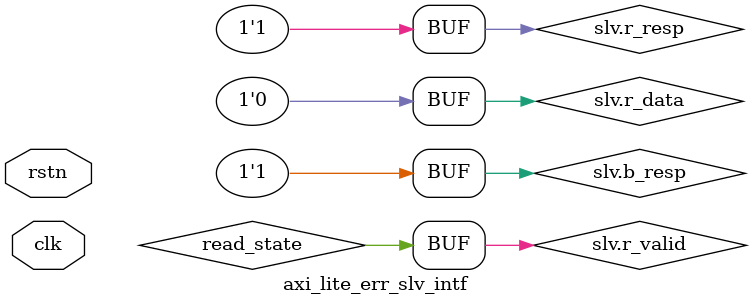
<source format=sv>


// https://solderpad.org/licenses/SHL-2.1/

// Unless required by applicable law or agreed to in writing, any work
// distributed under the License is distributed on an “AS IS” BASIS, WITHOUT
// WARRANTIES OR CONDITIONS OF ANY KIND, either express or implied. See the
// License for the specific language governing permissions and limitations
// under the License.

//
// Juan Miguel de Haro <juan.deharoruiz@bsc.es>

module axi_lite_err_slv_intf #(
    parameter AxiDataWidth = 0,
    parameter [AxiDataWidth-1:0] ReadDataWord = 0
) (
    input clk,
    input rstn,
    AXI_LITE.Slave slv
);

    typedef enum bit [0:0] {
        AR,
        R
    } ReadState_t;

    typedef enum bit [1:0] {
        AW,
        W,
        B
    } WriteState_t;

    ReadState_t read_state;
    WriteState_t write_state;

    assign slv.ar_ready = read_state == AR;
    assign slv.r_valid = read_state == R;
    assign slv.aw_ready = write_state == AW;
    assign slv.w_ready = write_state == W;
    assign slv.b_valid = write_state == B;
    assign slv.r_data = ReadDataWord;
    assign slv.r_resp = 2'b11; //DECERR
    assign slv.b_resp = 2'b11;

    always_ff @(posedge clk) begin

        case (read_state)

            AR: begin
                if (slv.ar_valid) begin
                    read_state <= R;
                end
            end

            R: begin
                if (slv.r_ready) begin
                    read_state <= AR;
                end
            end

        endcase

        case (write_state)

            AW: begin
                if (slv.aw_valid) begin
                    write_state <= W;
                end
            end

            W: begin
                if (slv.w_valid) begin
                    write_state <= B;
                end
            end

            B: begin
                if (slv.b_ready) begin
                    write_state <= AW;
                end
            end

        endcase

        if (!rstn) begin
            read_state <= AR;
            write_state <= AW;
        end
    end

endmodule

</source>
